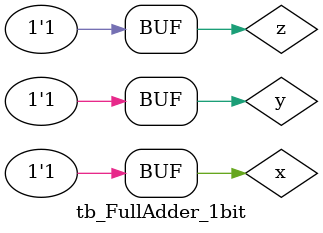
<source format=v>
`include "\FullAdder_1bit.v"
module tb_FullAdder_1bit;
	reg x,y,z;
	wire s,c;
	FullAdder_1bit fl(s,c,x,y,z);
	initial
	begin
		$dumpfile("tb_FullAdder_1bit.vcd");
		$dumpvars;
	end
	initial
		begin
			$monitor(,$time,"x=%b,y=%b,z=%b,s=%b,c=%b",x,y,z,s,c);
		end
	initial
		begin
			#0 x=1'b0;y=1'b0;z=1'b0;
			#4 x=1'b1;y=1'b0;z=1'b0;
			#4 x=1'b0;y=1'b1;z=1'b0;
			#4 x=1'b1;y=1'b1;z=1'b0;
			#4 x=1'b0;y=1'b0;z=1'b1;
			#4 x=1'b1;y=1'b0;z=1'b1;
			#4 x=1'b0;y=1'b1;z=1'b1;
			#4 x=1'b1;y=1'b1;z=1'b1;
		end
endmodule

</source>
